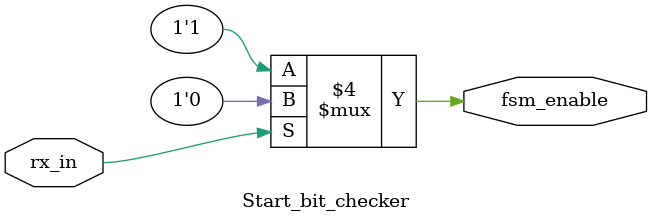
<source format=v>
module Start_bit_checker(input rx_in,
                         output reg fsm_enable);

always@(*)
   if(!rx_in)
	   fsm_enable=1'b1;
	else
	   fsm_enable=1'b0;

endmodule

</source>
